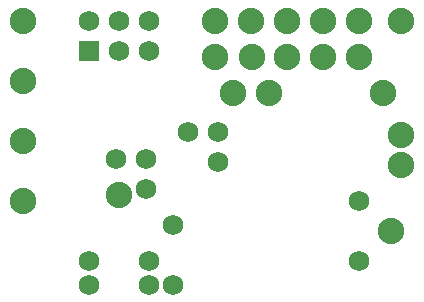
<source format=gbs>
G04*
G04 #@! TF.GenerationSoftware,Altium Limited,Altium Designer,18.1.9 (240)*
G04*
G04 Layer_Color=16711935*
%FSLAX25Y25*%
%MOIN*%
G70*
G01*
G75*
%ADD17C,0.08800*%
%ADD18C,0.06800*%
%ADD19R,0.06800X0.06800*%
D17*
X110000Y98000D02*
D03*
X122000D02*
D03*
Y86000D02*
D03*
X110000D02*
D03*
X98000D02*
D03*
X86126D02*
D03*
X74000D02*
D03*
Y98000D02*
D03*
X86000D02*
D03*
X98000D02*
D03*
X10000Y58000D02*
D03*
X136000Y60000D02*
D03*
Y50000D02*
D03*
X10000Y38000D02*
D03*
X42000Y40000D02*
D03*
X132522Y28000D02*
D03*
X80000Y74000D02*
D03*
X92000D02*
D03*
X130000D02*
D03*
X10000Y98000D02*
D03*
Y78000D02*
D03*
X136000Y98000D02*
D03*
D18*
X122000Y18000D02*
D03*
Y38000D02*
D03*
X52000Y18000D02*
D03*
X32000D02*
D03*
X52000Y10000D02*
D03*
X32000D02*
D03*
X60000D02*
D03*
Y30000D02*
D03*
X52000Y98000D02*
D03*
Y88000D02*
D03*
X42000Y98000D02*
D03*
Y88000D02*
D03*
X32000Y98000D02*
D03*
X41000Y52000D02*
D03*
X51000D02*
D03*
X75000Y61000D02*
D03*
X65000D02*
D03*
X75000Y51000D02*
D03*
X51000Y42000D02*
D03*
D19*
X32000Y88000D02*
D03*
M02*

</source>
